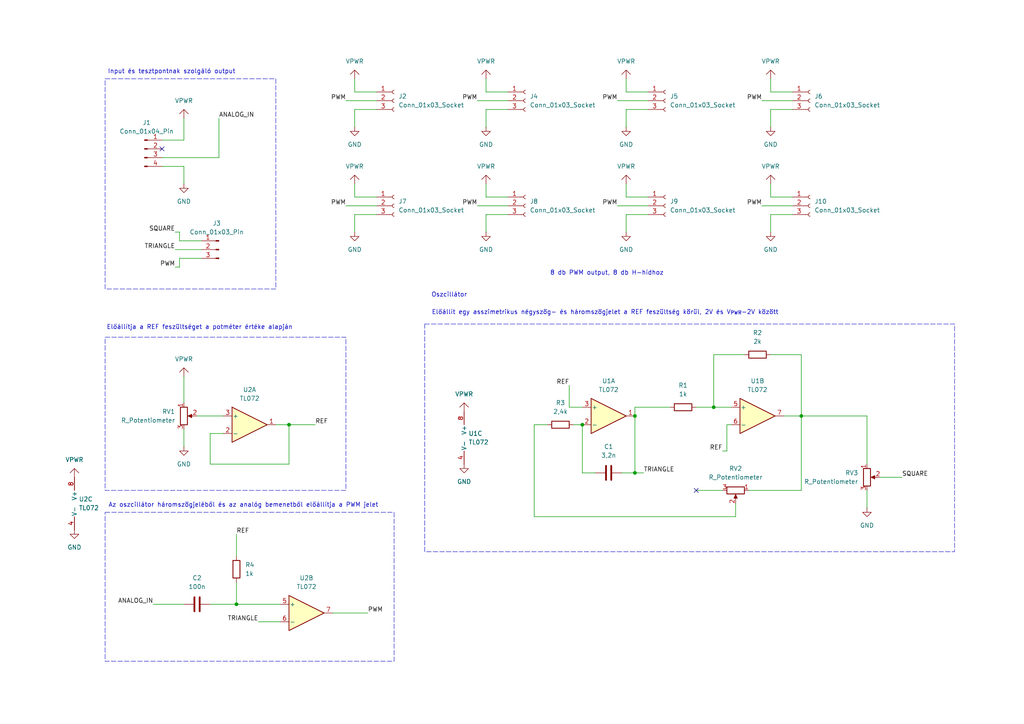
<source format=kicad_sch>
(kicad_sch (version 20250114) (generator "eeschema") (generator_version "9.0")
  (paper "A4")
  (title_block (title "Jelgenerátor") (date "2025-08-30") (rev "1") (comment 1 "Elkövető: Sz. T."))
  (lib_symbols
    (symbol "Amplifier_Operational:TL072" (pin_names (offset 0.127))
      (property "Reference" "U" (at 0 5.08 0))
      (property "Value" "TL072" (at 0 -5.08 0))
      (symbol "TL072_1_1"
        (polyline (pts (xy -5.08 5.08) (xy 5.08 0) (xy -5.08 -5.08) (xy -5.08 5.08)) (stroke (width 0.254)) (fill (type background)))
        (pin input line (at -7.62 2.54 0) (length 2.54) (name "+") (number "3"))
        (pin input line (at -7.62 -2.54 0) (length 2.54) (name "-") (number "2"))
        (pin output line (at 7.62 0 180) (length 2.54) (name "~") (number "1"))
      )
      (symbol "TL072_2_1"
        (polyline (pts (xy -5.08 5.08) (xy 5.08 0) (xy -5.08 -5.08) (xy -5.08 5.08)) (stroke (width 0.254)) (fill (type background)))
        (pin input line (at -7.62 2.54 0) (length 2.54) (name "+") (number "5"))
        (pin input line (at -7.62 -2.54 0) (length 2.54) (name "-") (number "6"))
        (pin output line (at 7.62 0 180) (length 2.54) (name "~") (number "7"))
      )
      (symbol "TL072_3_1"
        (pin power_in line (at -2.54 7.62 270) (length 3.81) (name "V+") (number "8"))
        (pin power_in line (at -2.54 -7.62 90) (length 3.81) (name "V-") (number "4"))
      )
    )
    (symbol "Connector:Conn_01x03_Pin" (pin_names (offset 1.016) (hide yes))
      (property "Reference" "J" (at 0 5.08 0))
      (property "Value" "Conn_01x03_Pin" (at 0 -5.08 0))
      (symbol "Conn_01x03_Pin_1_1"
        (rectangle (start 0.8636 2.667) (end 0 2.413) (stroke (width 0.1524)) (fill (type outline)))
        (rectangle (start 0.8636 0.127) (end 0 -0.127) (stroke (width 0.1524)) (fill (type outline)))
        (rectangle (start 0.8636 -2.413) (end 0 -2.667) (stroke (width 0.1524)) (fill (type outline)))
        (polyline (pts (xy 1.27 2.54) (xy 0.8636 2.54)) (stroke (width 0.1524)))
        (polyline (pts (xy 1.27 0) (xy 0.8636 0)) (stroke (width 0.1524)))
        (polyline (pts (xy 1.27 -2.54) (xy 0.8636 -2.54)) (stroke (width 0.1524)))
        (pin passive line (at 5.08 2.54 180) (length 3.81) (name "Pin_1") (number "1"))
        (pin passive line (at 5.08 0 180) (length 3.81) (name "Pin_2") (number "2"))
        (pin passive line (at 5.08 -2.54 180) (length 3.81) (name "Pin_3") (number "3"))
      )
    )
    (symbol "Connector:Conn_01x03_Socket" (pin_names (offset 1.016) (hide yes))
      (property "Reference" "J" (at 0 5.08 0))
      (property "Value" "Conn_01x03_Socket" (at 0 -5.08 0))
      (symbol "Conn_01x03_Socket_1_1"
        (polyline (pts (xy -1.27 2.54) (xy -0.508 2.54)) (stroke (width 0.1524)))
        (polyline (pts (xy -1.27 0) (xy -0.508 0)) (stroke (width 0.1524)))
        (polyline (pts (xy -1.27 -2.54) (xy -0.508 -2.54)) (stroke (width 0.1524)))
        (arc (start 0 2.032) (mid -0.5058 2.54) (end 0 3.048) (stroke (width 0.1524)))
        (arc (start 0 -0.508) (mid -0.5058 0) (end 0 0.508) (stroke (width 0.1524)))
        (arc (start 0 -3.048) (mid -0.5058 -2.54) (end 0 -2.032) (stroke (width 0.1524)))
        (pin passive line (at -5.08 2.54 0) (length 3.81) (name "Pin_1") (number "1"))
        (pin passive line (at -5.08 0 0) (length 3.81) (name "Pin_2") (number "2"))
        (pin passive line (at -5.08 -2.54 0) (length 3.81) (name "Pin_3") (number "3"))
      )
    )
    (symbol "Connector:Conn_01x04_Pin" (pin_names (offset 1.016) (hide yes))
      (property "Reference" "J" (at 0 5.08 0))
      (property "Value" "Conn_01x04_Pin" (at 0 -7.62 0))
      (symbol "Conn_01x04_Pin_1_1"
        (rectangle (start 0.8636 2.667) (end 0 2.413) (stroke (width 0.1524)) (fill (type outline)))
        (rectangle (start 0.8636 0.127) (end 0 -0.127) (stroke (width 0.1524)) (fill (type outline)))
        (rectangle (start 0.8636 -2.413) (end 0 -2.667) (stroke (width 0.1524)) (fill (type outline)))
        (rectangle (start 0.8636 -4.953) (end 0 -5.207) (stroke (width 0.1524)) (fill (type outline)))
        (polyline (pts (xy 1.27 2.54) (xy 0.8636 2.54)) (stroke (width 0.1524)))
        (polyline (pts (xy 1.27 0) (xy 0.8636 0)) (stroke (width 0.1524)))
        (polyline (pts (xy 1.27 -2.54) (xy 0.8636 -2.54)) (stroke (width 0.1524)))
        (polyline (pts (xy 1.27 -5.08) (xy 0.8636 -5.08)) (stroke (width 0.1524)))
        (pin passive line (at 5.08 2.54 180) (length 3.81) (name "Pin_1") (number "1"))
        (pin passive line (at 5.08 0 180) (length 3.81) (name "Pin_2") (number "2"))
        (pin passive line (at 5.08 -2.54 180) (length 3.81) (name "Pin_3") (number "3"))
        (pin passive line (at 5.08 -5.08 180) (length 3.81) (name "Pin_4") (number "4"))
      )
    )
    (symbol "Device:C" (pin_numbers (hide yes)) (pin_names (offset 0.254))
      (property "Reference" "C" (at 0.635 2.54 0))
      (property "Value" "C" (at 0.635 -2.54 0))
      (symbol "C_0_1"
        (polyline (pts (xy -2.032 0.762) (xy 2.032 0.762)) (stroke (width 0.508)))
        (polyline (pts (xy -2.032 -0.762) (xy 2.032 -0.762)) (stroke (width 0.508)))
      )
      (symbol "C_1_1"
        (pin passive line (at 0 3.81 270) (length 2.794) (name "~") (number "1"))
        (pin passive line (at 0 -3.81 90) (length 2.794) (name "~") (number "2"))
      )
    )
    (symbol "Device:R" (pin_numbers (hide yes)) (pin_names (offset 0))
      (property "Reference" "R" (at 2.032 0 90))
      (property "Value" "R" (at 0 0 90))
      (symbol "R_0_1"
        (rectangle (start -1.016 -2.54) (end 1.016 2.54) (stroke (width 0.254)))
      )
      (symbol "R_1_1"
        (pin passive line (at 0 3.81 270) (length 1.27) (name "~") (number "1"))
        (pin passive line (at 0 -3.81 90) (length 1.27) (name "~") (number "2"))
      )
    )
    (symbol "Device:R_Potentiometer" (pin_names (offset 1.016) (hide yes))
      (property "Reference" "RV" (at -4.445 0 90))
      (property "Value" "R_Potentiometer" (at -2.54 0 90))
      (symbol "R_Potentiometer_0_1"
        (rectangle (start 1.016 2.54) (end -1.016 -2.54) (stroke (width 0.254)))
        (polyline (pts (xy 1.143 0) (xy 2.286 0.508) (xy 2.286 -0.508) (xy 1.143 0)) (fill (type outline)))
        (polyline (pts (xy 2.54 0) (xy 1.524 0)))
      )
      (symbol "R_Potentiometer_1_1"
        (pin passive line (at 0 3.81 270) (length 1.27) (name "1") (number "1"))
        (pin passive line (at 0 -3.81 90) (length 1.27) (name "3") (number "3"))
        (pin passive line (at 3.81 0 180) (length 1.27) (name "2") (number "2"))
      )
    )
    (symbol "custom_symbols:VPWR" (power) (in_bom no) (on_board no)
      (property "Value" "VPWR" (at 0 0 0))
      (symbol "VPWR_0_1"
        (polyline (pts (xy 0 0) (xy 0 2.54) (xy -1.27 1.27) (xy 0 2.54) (xy 1.27 1.27)))
      )
      (symbol "VPWR_1_1"
        (pin power_in line (at 0 0 90) (length 0) (hide yes) (name "VPWR") (number "1"))
      )
    )
    (symbol "power:GND" (power) (pin_numbers (hide yes)) (pin_names (offset 0) (hide yes))
      (property "Value" "GND" (at 0 -3.81 0))
      (symbol "GND_0_1"
        (polyline (pts (xy 0 0) (xy 0 -1.27) (xy 1.27 -1.27) (xy 0 -2.54) (xy -1.27 -1.27) (xy 0 -1.27)))
      )
      (symbol "GND_1_1"
        (pin power_in line (at 0 0 270) (length 0) (name "~") (number "1"))
      )
    )
  )
  (rectangle (start 30.48 22.86) (end 80.01 83.82) (stroke (width 0.127) (type dash)))
  (rectangle (start 30.48 97.79) (end 100.33 142.24) (stroke (width 0.127) (type dash)))
  (rectangle (start 30.48 148.59) (end 114.3 191.77) (stroke (width 0.127) (type dash)))
  (rectangle (start 123.19 93.98) (end 276.86 160.02) (stroke (width 0.127) (type dash)))
  (text "Input és tesztpontnak szolgáló output" (at 49.784 20.828 0) (effects (font (size 1.27 1.27))))
  (text "Az oszcillátor háromszögjeléből és az analóg bemenetből előállítja a PWM jelet" (at 70.612 146.558 0) (effects (font (size 1.27 1.27))))
  (text "Előállít egy asszimetrikus négyszög- és háromszögjelet a REF feszültség körül, 2V és V_{PWR}-2V között" (at 175.514 90.678 0) (effects (font (size 1.27 1.27))))
  (text "Előállítja a REF feszültséget a potméter értéke alapján" (at 57.912 94.996 0) (effects (font (size 1.27 1.27))))
  (text "8 db PWM output, 8 db H-hídhoz" (at 176.022 79.248 0) (effects (font (size 1.27 1.27))))
  (text "Oszcillátor" (at 130.302 85.598 0) (effects (font (size 1.27 1.27))))
  (junction (at 184.15 120.65))
  (junction (at 232.41 120.65))
  (junction (at 207.01 118.11))
  (junction (at 168.91 123.19))
  (junction (at 184.15 137.16))
  (junction (at 83.82 123.19))
  (junction (at 68.58 175.26))
  (no_connect (at 201.93 142.24))
  (no_connect (at 46.99 43.18))
  (wire (pts (xy 63.5 45.72) (xy 46.99 45.72)))
  (wire (pts (xy 44.45 175.26) (xy 53.34 175.26)))
  (wire (pts (xy 147.32 26.67) (xy 140.97 26.67)))
  (wire (pts (xy 229.87 26.67) (xy 223.52 26.67)))
  (wire (pts (xy 102.87 26.67) (xy 102.87 22.86)))
  (wire (pts (xy 138.43 59.69) (xy 147.32 59.69)))
  (wire (pts (xy 223.52 62.23) (xy 223.52 67.31)))
  (wire (pts (xy 147.32 57.15) (xy 140.97 57.15)))
  (wire (pts (xy 229.87 57.15) (xy 223.52 57.15)))
  (wire (pts (xy 184.15 137.16) (xy 184.15 120.65)))
  (wire (pts (xy 181.61 31.75) (xy 181.61 36.83)))
  (wire (pts (xy 60.96 134.62) (xy 83.82 134.62)))
  (wire (pts (xy 187.96 31.75) (xy 181.61 31.75)))
  (wire (pts (xy 187.96 26.67) (xy 181.61 26.67)))
  (wire (pts (xy 220.98 59.69) (xy 229.87 59.69)))
  (wire (pts (xy 109.22 62.23) (xy 102.87 62.23)))
  (wire (pts (xy 102.87 57.15) (xy 102.87 53.34)))
  (wire (pts (xy 255.27 138.43) (xy 261.62 138.43)))
  (wire (pts (xy 181.61 26.67) (xy 181.61 22.86)))
  (wire (pts (xy 53.34 40.64) (xy 46.99 40.64)))
  (wire (pts (xy 187.96 62.23) (xy 181.61 62.23)))
  (wire (pts (xy 229.87 31.75) (xy 223.52 31.75)))
  (wire (pts (xy 53.34 48.26) (xy 53.34 53.34)))
  (wire (pts (xy 223.52 57.15) (xy 223.52 53.34)))
  (wire (pts (xy 223.52 102.87) (xy 232.41 102.87)))
  (wire (pts (xy 232.41 102.87) (xy 232.41 120.65)))
  (wire (pts (xy 53.34 129.54) (xy 53.34 124.46)))
  (wire (pts (xy 140.97 57.15) (xy 140.97 53.34)))
  (wire (pts (xy 187.96 57.15) (xy 181.61 57.15)))
  (wire (pts (xy 201.93 118.11) (xy 207.01 118.11)))
  (wire (pts (xy 207.01 118.11) (xy 212.09 118.11)))
  (wire (pts (xy 102.87 62.23) (xy 102.87 67.31)))
  (wire (pts (xy 184.15 118.11) (xy 184.15 120.65)))
  (wire (pts (xy 209.55 130.81) (xy 210.82 130.81)))
  (wire (pts (xy 181.61 62.23) (xy 181.61 67.31)))
  (wire (pts (xy 207.01 102.87) (xy 215.9 102.87)))
  (wire (pts (xy 220.98 29.21) (xy 229.87 29.21)))
  (wire (pts (xy 213.36 149.86) (xy 213.36 146.05)))
  (wire (pts (xy 180.34 137.16) (xy 184.15 137.16)))
  (wire (pts (xy 179.07 29.21) (xy 187.96 29.21)))
  (wire (pts (xy 50.8 77.47) (xy 52.07 77.47)))
  (wire (pts (xy 53.34 34.29) (xy 53.34 40.64)))
  (wire (pts (xy 154.94 123.19) (xy 158.75 123.19)))
  (wire (pts (xy 140.97 31.75) (xy 140.97 36.83)))
  (wire (pts (xy 109.22 31.75) (xy 102.87 31.75)))
  (wire (pts (xy 223.52 31.75) (xy 223.52 36.83)))
  (wire (pts (xy 223.52 26.67) (xy 223.52 22.86)))
  (wire (pts (xy 68.58 175.26) (xy 81.28 175.26)))
  (wire (pts (xy 147.32 31.75) (xy 140.97 31.75)))
  (wire (pts (xy 227.33 120.65) (xy 232.41 120.65)))
  (wire (pts (xy 57.15 120.65) (xy 64.77 120.65)))
  (wire (pts (xy 165.1 111.76) (xy 165.1 118.11)))
  (wire (pts (xy 154.94 149.86) (xy 213.36 149.86)))
  (wire (pts (xy 74.93 180.34) (xy 81.28 180.34)))
  (wire (pts (xy 138.43 29.21) (xy 147.32 29.21)))
  (wire (pts (xy 60.96 125.73) (xy 60.96 134.62)))
  (wire (pts (xy 53.34 109.22) (xy 53.34 116.84)))
  (wire (pts (xy 168.91 123.19) (xy 168.91 137.16)))
  (wire (pts (xy 210.82 130.81) (xy 210.82 123.19)))
  (wire (pts (xy 52.07 74.93) (xy 58.42 74.93)))
  (wire (pts (xy 109.22 57.15) (xy 102.87 57.15)))
  (wire (pts (xy 83.82 134.62) (xy 83.82 123.19)))
  (wire (pts (xy 251.46 142.24) (xy 251.46 147.32)))
  (wire (pts (xy 201.93 142.24) (xy 209.55 142.24)))
  (wire (pts (xy 46.99 48.26) (xy 53.34 48.26)))
  (wire (pts (xy 100.33 29.21) (xy 109.22 29.21)))
  (wire (pts (xy 52.07 69.85) (xy 58.42 69.85)))
  (wire (pts (xy 83.82 123.19) (xy 91.44 123.19)))
  (wire (pts (xy 68.58 154.94) (xy 68.58 161.29)))
  (wire (pts (xy 50.8 67.31) (xy 52.07 67.31)))
  (wire (pts (xy 194.31 118.11) (xy 184.15 118.11)))
  (wire (pts (xy 60.96 175.26) (xy 68.58 175.26)))
  (wire (pts (xy 166.37 123.19) (xy 168.91 123.19)))
  (wire (pts (xy 207.01 118.11) (xy 207.01 102.87)))
  (wire (pts (xy 100.33 59.69) (xy 109.22 59.69)))
  (wire (pts (xy 80.01 123.19) (xy 83.82 123.19)))
  (wire (pts (xy 229.87 62.23) (xy 223.52 62.23)))
  (wire (pts (xy 251.46 120.65) (xy 251.46 134.62)))
  (wire (pts (xy 232.41 120.65) (xy 251.46 120.65)))
  (wire (pts (xy 147.32 62.23) (xy 140.97 62.23)))
  (wire (pts (xy 96.52 177.8) (xy 106.68 177.8)))
  (wire (pts (xy 68.58 168.91) (xy 68.58 175.26)))
  (wire (pts (xy 179.07 59.69) (xy 187.96 59.69)))
  (wire (pts (xy 50.8 72.39) (xy 58.42 72.39)))
  (wire (pts (xy 109.22 26.67) (xy 102.87 26.67)))
  (wire (pts (xy 217.17 142.24) (xy 232.41 142.24)))
  (wire (pts (xy 165.1 118.11) (xy 168.91 118.11)))
  (wire (pts (xy 102.87 31.75) (xy 102.87 36.83)))
  (wire (pts (xy 64.77 125.73) (xy 60.96 125.73)))
  (wire (pts (xy 140.97 62.23) (xy 140.97 67.31)))
  (wire (pts (xy 184.15 137.16) (xy 186.69 137.16)))
  (wire (pts (xy 52.07 77.47) (xy 52.07 74.93)))
  (wire (pts (xy 168.91 137.16) (xy 172.72 137.16)))
  (wire (pts (xy 232.41 142.24) (xy 232.41 120.65)))
  (wire (pts (xy 52.07 67.31) (xy 52.07 69.85)))
  (wire (pts (xy 140.97 26.67) (xy 140.97 22.86)))
  (wire (pts (xy 63.5 34.29) (xy 63.5 45.72)))
  (wire (pts (xy 210.82 123.19) (xy 212.09 123.19)))
  (wire (pts (xy 154.94 123.19) (xy 154.94 149.86)))
  (wire (pts (xy 181.61 57.15) (xy 181.61 53.34)))
  (label "PWM" (at 179.07 59.69 180))
  (label "PWM" (at 138.43 29.21 180))
  (label "PWM" (at 220.98 59.69 180))
  (label "PWM" (at 100.33 59.69 180))
  (label "ANALOG_IN" (at 44.45 175.26 180))
  (label "TRIANGLE" (at 74.93 180.34 180))
  (label "SQUARE" (at 50.8 67.31 180))
  (label "REF" (at 68.58 154.94 0))
  (label "REF" (at 91.44 123.19 0))
  (label "REF" (at 209.55 130.81 180))
  (label "PWM" (at 220.98 29.21 180))
  (label "ANALOG_IN" (at 63.5 34.29 0))
  (label "PWM" (at 179.07 29.21 180))
  (label "PWM" (at 50.8 77.47 180))
  (label "SQUARE" (at 261.62 138.43 0))
  (label "REF" (at 165.1 111.76 180))
  (label "TRIANGLE" (at 186.69 137.16 0))
  (label "TRIANGLE" (at 50.8 72.39 180))
  (label "PWM" (at 100.33 29.21 180))
  (label "PWM" (at 138.43 59.69 180))
  (label "PWM" (at 106.68 177.8 0))
  (symbol (lib_id "Connector:Conn_01x03_Socket") (at 152.4 29.21 0) (unit 1)
    (property "Reference" "J4" (at 153.67 27.9399 0) (effects (justify left)))
    (property "Value" "Conn_01x03_Socket" (at 153.67 30.4799 0) (effects (justify left)))
    (property "Description" "Generic connector, single row, 01x03, script generated" (effects (hide yes)))
  )
  (symbol (lib_id "custom_symbols:VPWR") (at 53.34 109.22 0) (unit 1) (in_bom no) (on_board no)
    (property "Reference" "#VPWR02" (effects (hide yes)))
    (property "Value" "VPWR" (at 53.34 104.14 0))
    (property "Description" "Saját VPWR szimbólum - 16-18V" (effects (hide yes)))
  )
  (symbol (lib_id "Amplifier_Operational:TL072") (at 88.9 177.8 0) (unit 2)
    (property "Reference" "U2" (at 88.9 167.64 0))
    (property "Value" "TL072" (at 88.9 170.18 0))
    (property "Datasheet" "http://www.ti.com/lit/ds/symlink/tl071.pdf" (effects (hide yes)))
    (property "Description" "Dual Low-Noise JFET-Input Operational Amplifiers, DIP-8/SOIC-8" (effects (hide yes)))
  )
  (symbol (lib_id "custom_symbols:VPWR") (at 134.62 119.38 0) (unit 1) (in_bom no) (on_board no)
    (property "Reference" "#VPWR03" (effects (hide yes)))
    (property "Value" "VPWR" (at 134.62 114.3 0))
    (property "Description" "Saját VPWR szimbólum - 16-18V" (effects (hide yes)))
  )
  (symbol (lib_id "Device:R_Potentiometer") (at 213.36 142.24 270) (unit 1)
    (property "Reference" "RV2" (at 213.36 135.89 90))
    (property "Value" "R_Potentiometer" (at 213.36 138.43 90))
    (property "Description" "Potentiometer" (effects (hide yes)))
  )
  (symbol (lib_id "power:GND") (at 140.97 36.83 0) (unit 1)
    (property "Reference" "#PWR07" (effects (hide yes)))
    (property "Value" "GND" (at 140.97 41.91 0))
    (property "Description" "Power symbol creates a global label with name \"GND\" , ground" (effects (hide yes)))
  )
  (symbol (lib_id "Amplifier_Operational:TL072") (at 176.53 120.65 0) (unit 1)
    (property "Reference" "U1" (at 176.53 110.49 0))
    (property "Value" "TL072" (at 176.53 113.03 0))
    (property "Datasheet" "http://www.ti.com/lit/ds/symlink/tl071.pdf" (effects (hide yes)))
    (property "Description" "Dual Low-Noise JFET-Input Operational Amplifiers, DIP-8/SOIC-8" (effects (hide yes)))
  )
  (symbol (lib_id "custom_symbols:VPWR") (at 140.97 22.86 0) (unit 1) (in_bom no) (on_board no)
    (property "Reference" "#VPWR06" (effects (hide yes)))
    (property "Value" "VPWR" (at 140.97 17.78 0))
    (property "Description" "Saját VPWR szimbólum - 16-18V" (effects (hide yes)))
  )
  (symbol (lib_id "custom_symbols:VPWR") (at 181.61 22.86 0) (unit 1) (in_bom no) (on_board no)
    (property "Reference" "#VPWR07" (effects (hide yes)))
    (property "Value" "VPWR" (at 181.61 17.78 0))
    (property "Description" "Saját VPWR szimbólum - 16-18V" (effects (hide yes)))
  )
  (symbol (lib_id "Connector:Conn_01x03_Socket") (at 114.3 29.21 0) (unit 1)
    (property "Reference" "J2" (at 115.57 27.9399 0) (effects (justify left)))
    (property "Value" "Conn_01x03_Socket" (at 115.57 30.4799 0) (effects (justify left)))
    (property "Description" "Generic connector, single row, 01x03, script generated" (effects (hide yes)))
  )
  (symbol (lib_id "power:GND") (at 181.61 36.83 0) (unit 1)
    (property "Reference" "#PWR08" (effects (hide yes)))
    (property "Value" "GND" (at 181.61 41.91 0))
    (property "Description" "Power symbol creates a global label with name \"GND\" , ground" (effects (hide yes)))
  )
  (symbol (lib_id "Device:R") (at 198.12 118.11 90) (unit 1)
    (property "Reference" "R1" (at 198.12 111.76 90))
    (property "Value" "1k" (at 198.12 114.3 90))
    (property "Description" "Resistor" (effects (hide yes)))
  )
  (symbol (lib_id "Connector:Conn_01x03_Socket") (at 193.04 29.21 0) (unit 1)
    (property "Reference" "J5" (at 194.31 27.9399 0) (effects (justify left)))
    (property "Value" "Conn_01x03_Socket" (at 194.31 30.4799 0) (effects (justify left)))
    (property "Description" "Generic connector, single row, 01x03, script generated" (effects (hide yes)))
  )
  (symbol (lib_id "power:GND") (at 53.34 53.34 0) (unit 1)
    (property "Reference" "#PWR01" (effects (hide yes)))
    (property "Value" "GND" (at 53.34 58.42 0))
    (property "Description" "Power symbol creates a global label with name \"GND\" , ground" (effects (hide yes)))
  )
  (symbol (lib_id "power:GND") (at 102.87 67.31 0) (unit 1)
    (property "Reference" "#PWR010" (effects (hide yes)))
    (property "Value" "GND" (at 102.87 72.39 0))
    (property "Description" "Power symbol creates a global label with name \"GND\" , ground" (effects (hide yes)))
  )
  (symbol (lib_id "Connector:Conn_01x03_Pin") (at 63.5 72.39 0) (mirror y) (unit 1)
    (property "Reference" "J3" (at 62.865 64.77 0))
    (property "Value" "Conn_01x03_Pin" (at 62.865 67.31 0))
    (property "Description" "Generic connector, single row, 01x03, script generated" (effects (hide yes)))
  )
  (symbol (lib_id "Device:R") (at 162.56 123.19 90) (unit 1)
    (property "Reference" "R3" (at 162.56 116.84 90))
    (property "Value" "2,4k" (at 162.56 119.38 90))
    (property "Description" "Resistor" (effects (hide yes)))
  )
  (symbol (lib_id "custom_symbols:VPWR") (at 223.52 53.34 0) (unit 1) (in_bom no) (on_board no)
    (property "Reference" "#VPWR012" (effects (hide yes)))
    (property "Value" "VPWR" (at 223.52 48.26 0))
    (property "Description" "Saját VPWR szimbólum - 16-18V" (effects (hide yes)))
  )
  (symbol (lib_id "power:GND") (at 21.59 153.67 0) (unit 1)
    (property "Reference" "#PWR05" (effects (hide yes)))
    (property "Value" "GND" (at 21.59 158.75 0))
    (property "Description" "Power symbol creates a global label with name \"GND\" , ground" (effects (hide yes)))
  )
  (symbol (lib_id "Connector:Conn_01x03_Socket") (at 234.95 29.21 0) (unit 1)
    (property "Reference" "J6" (at 236.22 27.9399 0) (effects (justify left)))
    (property "Value" "Conn_01x03_Socket" (at 236.22 30.4799 0) (effects (justify left)))
    (property "Description" "Generic connector, single row, 01x03, script generated" (effects (hide yes)))
  )
  (symbol (lib_id "power:GND") (at 134.62 134.62 0) (unit 1)
    (property "Reference" "#PWR03" (effects (hide yes)))
    (property "Value" "GND" (at 134.62 139.7 0))
    (property "Description" "Power symbol creates a global label with name \"GND\" , ground" (effects (hide yes)))
  )
  (symbol (lib_id "Connector:Conn_01x03_Socket") (at 234.95 59.69 0) (unit 1)
    (property "Reference" "J10" (at 236.22 58.4199 0) (effects (justify left)))
    (property "Value" "Conn_01x03_Socket" (at 236.22 60.9599 0) (effects (justify left)))
    (property "Description" "Generic connector, single row, 01x03, script generated" (effects (hide yes)))
  )
  (symbol (lib_id "custom_symbols:VPWR") (at 223.52 22.86 0) (unit 1) (in_bom no) (on_board no)
    (property "Reference" "#VPWR08" (effects (hide yes)))
    (property "Value" "VPWR" (at 223.52 17.78 0))
    (property "Description" "Saját VPWR szimbólum - 16-18V" (effects (hide yes)))
  )
  (symbol (lib_id "custom_symbols:VPWR") (at 21.59 138.43 0) (unit 1) (in_bom no) (on_board no)
    (property "Reference" "#VPWR04" (effects (hide yes)))
    (property "Value" "VPWR" (at 21.59 133.35 0))
    (property "Description" "Saját VPWR szimbólum - 16-18V" (effects (hide yes)))
  )
  (symbol (lib_id "Device:C") (at 176.53 137.16 90) (unit 1)
    (property "Reference" "C1" (at 176.53 129.54 90))
    (property "Value" "3,2n" (at 176.53 132.08 90))
    (property "Description" "Unpolarized capacitor" (effects (hide yes)))
  )
  (symbol (lib_id "Amplifier_Operational:TL072") (at 137.16 127 0) (unit 3)
    (property "Reference" "U1" (at 135.89 125.7299 0) (effects (justify left)))
    (property "Value" "TL072" (at 135.89 128.2699 0) (effects (justify left)))
    (property "Datasheet" "http://www.ti.com/lit/ds/symlink/tl071.pdf" (effects (hide yes)))
    (property "Description" "Dual Low-Noise JFET-Input Operational Amplifiers, DIP-8/SOIC-8" (effects (hide yes)))
  )
  (symbol (lib_id "Connector:Conn_01x03_Socket") (at 114.3 59.69 0) (unit 1)
    (property "Reference" "J7" (at 115.57 58.4199 0) (effects (justify left)))
    (property "Value" "Conn_01x03_Socket" (at 115.57 60.9599 0) (effects (justify left)))
    (property "Description" "Generic connector, single row, 01x03, script generated" (effects (hide yes)))
  )
  (symbol (lib_id "Device:R_Potentiometer") (at 53.34 120.65 0) (unit 1)
    (property "Reference" "RV1" (at 50.8 119.3799 0) (effects (justify right)))
    (property "Value" "R_Potentiometer" (at 50.8 121.9199 0) (effects (justify right)))
    (property "Description" "Potentiometer" (effects (hide yes)))
  )
  (symbol (lib_id "power:GND") (at 102.87 36.83 0) (unit 1)
    (property "Reference" "#PWR06" (effects (hide yes)))
    (property "Value" "GND" (at 102.87 41.91 0))
    (property "Description" "Power symbol creates a global label with name \"GND\" , ground" (effects (hide yes)))
  )
  (symbol (lib_id "Connector:Conn_01x03_Socket") (at 193.04 59.69 0) (unit 1)
    (property "Reference" "J9" (at 194.31 58.4199 0) (effects (justify left)))
    (property "Value" "Conn_01x03_Socket" (at 194.31 60.9599 0) (effects (justify left)))
    (property "Description" "Generic connector, single row, 01x03, script generated" (effects (hide yes)))
  )
  (symbol (lib_id "Connector:Conn_01x03_Socket") (at 152.4 59.69 0) (unit 1)
    (property "Reference" "J8" (at 153.67 58.4199 0) (effects (justify left)))
    (property "Value" "Conn_01x03_Socket" (at 153.67 60.9599 0) (effects (justify left)))
    (property "Description" "Generic connector, single row, 01x03, script generated" (effects (hide yes)))
  )
  (symbol (lib_id "custom_symbols:VPWR") (at 181.61 53.34 0) (unit 1) (in_bom no) (on_board no)
    (property "Reference" "#VPWR011" (effects (hide yes)))
    (property "Value" "VPWR" (at 181.61 48.26 0))
    (property "Description" "Saját VPWR szimbólum - 16-18V" (effects (hide yes)))
  )
  (symbol (lib_id "power:GND") (at 53.34 129.54 0) (unit 1)
    (property "Reference" "#PWR02" (effects (hide yes)))
    (property "Value" "GND" (at 53.34 134.62 0))
    (property "Description" "Power symbol creates a global label with name \"GND\" , ground" (effects (hide yes)))
  )
  (symbol (lib_id "power:GND") (at 223.52 67.31 0) (unit 1)
    (property "Reference" "#PWR013" (effects (hide yes)))
    (property "Value" "GND" (at 223.52 72.39 0))
    (property "Description" "Power symbol creates a global label with name \"GND\" , ground" (effects (hide yes)))
  )
  (symbol (lib_id "power:GND") (at 223.52 36.83 0) (unit 1)
    (property "Reference" "#PWR09" (effects (hide yes)))
    (property "Value" "GND" (at 223.52 41.91 0))
    (property "Description" "Power symbol creates a global label with name \"GND\" , ground" (effects (hide yes)))
  )
  (symbol (lib_id "power:GND") (at 251.46 147.32 0) (unit 1)
    (property "Reference" "#PWR04" (effects (hide yes)))
    (property "Value" "GND" (at 251.46 152.4 0))
    (property "Description" "Power symbol creates a global label with name \"GND\" , ground" (effects (hide yes)))
  )
  (symbol (lib_id "Amplifier_Operational:TL072") (at 24.13 146.05 0) (unit 3)
    (property "Reference" "U2" (at 22.86 144.7799 0) (effects (justify left)))
    (property "Value" "TL072" (at 22.86 147.3199 0) (effects (justify left)))
    (property "Datasheet" "http://www.ti.com/lit/ds/symlink/tl071.pdf" (effects (hide yes)))
    (property "Description" "Dual Low-Noise JFET-Input Operational Amplifiers, DIP-8/SOIC-8" (effects (hide yes)))
  )
  (symbol (lib_id "power:GND") (at 140.97 67.31 0) (unit 1)
    (property "Reference" "#PWR011" (effects (hide yes)))
    (property "Value" "GND" (at 140.97 72.39 0))
    (property "Description" "Power symbol creates a global label with name \"GND\" , ground" (effects (hide yes)))
  )
  (symbol (lib_id "Amplifier_Operational:TL072") (at 72.39 123.19 0) (unit 1)
    (property "Reference" "U2" (at 72.39 113.03 0))
    (property "Value" "TL072" (at 72.39 115.57 0))
    (property "Datasheet" "http://www.ti.com/lit/ds/symlink/tl071.pdf" (effects (hide yes)))
    (property "Description" "Dual Low-Noise JFET-Input Operational Amplifiers, DIP-8/SOIC-8" (effects (hide yes)))
  )
  (symbol (lib_id "Device:R") (at 68.58 165.1 180) (unit 1)
    (property "Reference" "R4" (at 71.12 163.8299 0) (effects (justify right)))
    (property "Value" "1k" (at 71.12 166.3699 0) (effects (justify right)))
    (property "Description" "Resistor" (effects (hide yes)))
  )
  (symbol (lib_id "power:GND") (at 181.61 67.31 0) (unit 1)
    (property "Reference" "#PWR012" (effects (hide yes)))
    (property "Value" "GND" (at 181.61 72.39 0))
    (property "Description" "Power symbol creates a global label with name \"GND\" , ground" (effects (hide yes)))
  )
  (symbol (lib_id "custom_symbols:VPWR") (at 53.34 34.29 0) (unit 1) (in_bom no) (on_board no)
    (property "Reference" "#VPWR01" (effects (hide yes)))
    (property "Value" "VPWR" (at 53.34 29.21 0))
    (property "Description" "Saját VPWR szimbólum - 16-18V" (effects (hide yes)))
  )
  (symbol (lib_id "Device:C") (at 57.15 175.26 90) (unit 1)
    (property "Reference" "C2" (at 57.15 167.64 90))
    (property "Value" "100n" (at 57.15 170.18 90))
    (property "Description" "Unpolarized capacitor" (effects (hide yes)))
  )
  (symbol (lib_id "Connector:Conn_01x04_Pin") (at 41.91 43.18 0) (unit 1)
    (property "Reference" "J1" (at 42.545 35.56 0))
    (property "Value" "Conn_01x04_Pin" (at 42.545 38.1 0))
    (property "Footprint" "Connector_PinHeader_2.54mm:PinHeader_1x04_P2.54mm_Horizontal" (effects (hide yes)))
    (property "Description" "Generic connector, single row, 01x04, script generated" (effects (hide yes)))
  )
  (symbol (lib_id "custom_symbols:VPWR") (at 140.97 53.34 0) (unit 1) (in_bom no) (on_board no)
    (property "Reference" "#VPWR010" (effects (hide yes)))
    (property "Value" "VPWR" (at 140.97 48.26 0))
    (property "Description" "Saját VPWR szimbólum - 16-18V" (effects (hide yes)))
  )
  (symbol (lib_id "custom_symbols:VPWR") (at 102.87 53.34 0) (unit 1) (in_bom no) (on_board no)
    (property "Reference" "#VPWR09" (effects (hide yes)))
    (property "Value" "VPWR" (at 102.87 48.26 0))
    (property "Description" "Saját VPWR szimbólum - 16-18V" (effects (hide yes)))
  )
  (symbol (lib_id "Device:R") (at 219.71 102.87 90) (unit 1)
    (property "Reference" "R2" (at 219.71 96.52 90))
    (property "Value" "2k" (at 219.71 99.06 90))
    (property "Description" "Resistor" (effects (hide yes)))
  )
  (symbol (lib_id "custom_symbols:VPWR") (at 102.87 22.86 0) (unit 1) (in_bom no) (on_board no)
    (property "Reference" "#VPWR05" (effects (hide yes)))
    (property "Value" "VPWR" (at 102.87 17.78 0))
    (property "Description" "Saját VPWR szimbólum - 16-18V" (effects (hide yes)))
  )
  (symbol (lib_id "Amplifier_Operational:TL072") (at 219.71 120.65 0) (unit 2)
    (property "Reference" "U1" (at 219.71 110.49 0))
    (property "Value" "TL072" (at 219.71 113.03 0))
    (property "Datasheet" "http://www.ti.com/lit/ds/symlink/tl071.pdf" (effects (hide yes)))
    (property "Description" "Dual Low-Noise JFET-Input Operational Amplifiers, DIP-8/SOIC-8" (effects (hide yes)))
  )
  (symbol (lib_id "Device:R_Potentiometer") (at 251.46 138.43 0) (unit 1)
    (property "Reference" "RV3" (at 248.92 137.1599 0) (effects (justify right)))
    (property "Value" "R_Potentiometer" (at 248.92 139.6999 0) (effects (justify right)))
    (property "Description" "Potentiometer" (effects (hide yes)))
  )
)
</source>
